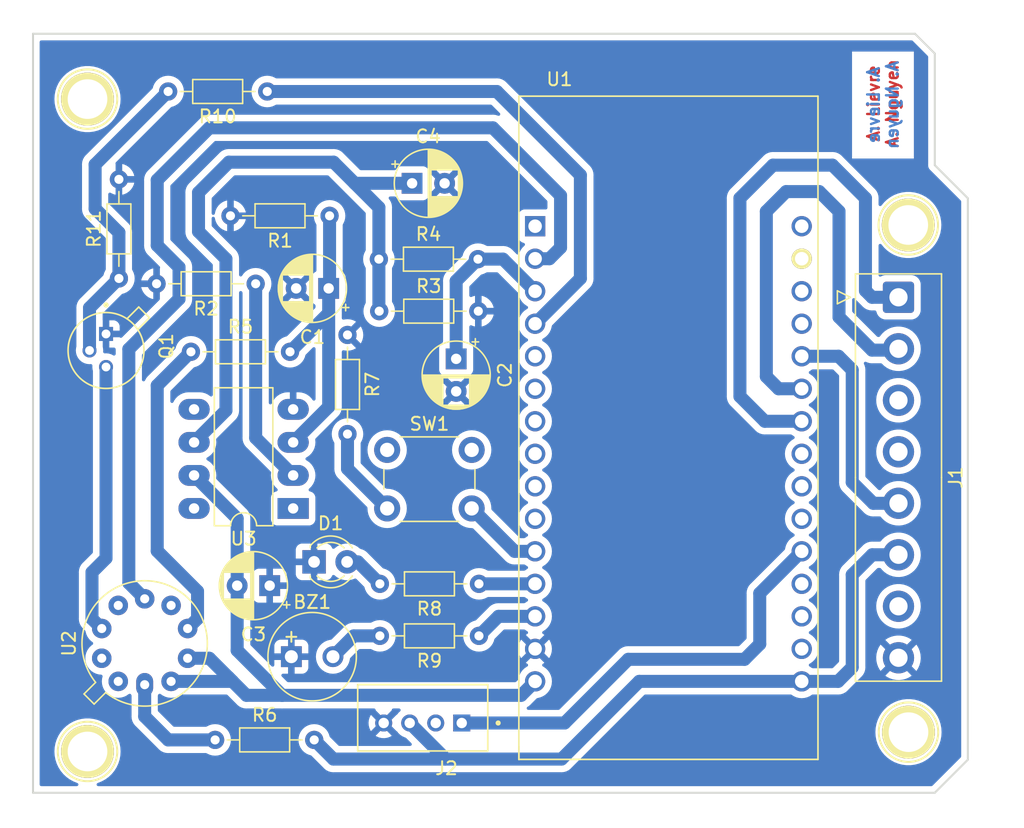
<source format=kicad_pcb>
(kicad_pcb (version 20211014) (generator pcbnew)
  (title_block (date "lun. 30 mars 2015"))
  (layers (0 "F.Cu" signal) (31 "B.Cu" signal) (34 "B.Paste" user) (35 "F.Paste" user) (36 "B.SilkS" user "B.Silkscreen") (37 "F.SilkS" user "F.Silkscreen") (38 "B.Mask" user) (39 "F.Mask" user) (44 "Edge.Cuts" user))
  (net 0 "")
  (net 1 "GND")
  (net 6 "Net-(C2-Pad1)")
  (net 13 "Net-(J1-Pad1)")
  (net 14 "Net-(J1-Pad2)")
  (net 19 "Net-(J1-Pad5)")
  (net 21 "5V")
  (net 22 "Net-(R5-Pad1)")
  (net 24 "Net-(C1-Pad1)")
  (net 25 "Net-(R2-Pad1)")
  (net 26 "Net-(C4-Pad1)")
  (net 33 "3V3")
  (net 35 "Net-(BZ1-Pad2)")
  (net 36 "Net-(D1-Pad2)")
  (net 37 "Net-(R6-Pad1)")
  (net 39 "Net-(U1-Pad2)")
  (net 40 "Net-(R8-Pad1)")
  (net 46 "Net-(R9-Pad1)")
  (net 47 "unconnected-(U1-Pad27)")
  (net 49 "Net-(R7-Pad2)")
  (net 50 "ADC1_6")
  (net 52 "Net-(R10-Pad2)")
  (net 54 "Net-(SW1-Pad4)")
  (net 55 "Net-(U1-Pad26)")
  (net 56 "Cmd")
  (footprint "Socket_Arduino_Uno:Arduino_1pin" (layer "F.Cu") (at 115.187 123.19)
    (fp_text reference "P5" hide)
    (fp_text value "CONN_01X01" hide)
    (pad "1" thru_hole circle locked (at 0 0) (size 4.064 4.064) (drill 3.048) (layers *.Cu *.Mask "F.SilkS"))
  )
  (footprint "Socket_Arduino_Uno:Arduino_1pin" (layer "F.Cu") (at 178.3155 121.705)
    (fp_text reference "P6" hide)
    (fp_text value "CONN_01X01" hide)
    (pad "1" thru_hole circle locked (at 0 0) (size 4.064 4.064) (drill 3.048) (layers *.Cu *.Mask "F.SilkS"))
  )
  (footprint "Socket_Arduino_Uno:Arduino_1pin" (layer "F.Cu") (at 115.187 73.025)
    (fp_text reference "P7" hide)
    (fp_text value "CONN_01X01" hide)
    (pad "1" thru_hole circle locked (at 0 0) (size 4.064 4.064) (drill 3.048) (layers *.Cu *.Mask "F.SilkS"))
  )
  (footprint "Socket_Arduino_Uno:Arduino_1pin" (layer "F.Cu") (at 178.298 82.705)
    (fp_text reference "P8" hide)
    (fp_text value "CONN_01X01" hide)
    (pad "1" thru_hole circle locked (at 0 0) (size 4.064 4.064) (drill 3.048) (layers *.Cu *.Mask "F.SilkS"))
  )
  (footprint "Resistor_THT:R_Axial_DIN0204_L3.6mm_D1.6mm_P7.62mm_Horizontal" (layer "F.Cu") (at 137.5918 85.3318)
    (fp_text reference "R4" (at 3.81 -1.92) (layer "F.SilkS"))
    (fp_text value "1k")
    (pad "1" thru_hole circle locked (at 0 0) (size 1.4 1.4) (drill 0.7) (layers *.Cu *.Mask) (net 26 "Net-(C4-Pad1)"))
    (pad "2" thru_hole oval locked (at 7.62 0) (size 1.4 1.4) (drill 0.7) (layers *.Cu *.Mask) (net 6 "Net-(C2-Pad1)"))
  )
  (footprint "Resistor_THT:R_Axial_DIN0204_L3.6mm_D1.6mm_P7.62mm_Horizontal" (layer "F.Cu") (at 133.8 82 180)
    (fp_text reference "R1" (at 3.81 -1.92) (layer "F.SilkS"))
    (fp_text value "100k")
    (pad "1" thru_hole circle locked (at 0 0 180) (size 1.4 1.4) (drill 0.7) (layers *.Cu *.Mask) (net 24 "Net-(C1-Pad1)"))
    (pad "2" thru_hole oval locked (at 7.62 0 180) (size 1.4 1.4) (drill 0.7) (layers *.Cu *.Mask) (net 1 "GND"))
  )
  (footprint "Capacitor_THT:CP_Radial_D5.0mm_P2.50mm" (layer "F.Cu") (at 133.731 87.5792 180)
    (fp_text reference "C1" (at 1.25 -3.75) (layer "F.SilkS"))
    (fp_text value "100n")
    (pad "1" thru_hole rect locked (at 0 0 180) (size 1.6 1.6) (drill 0.8) (layers *.Cu *.Mask) (net 24 "Net-(C1-Pad1)"))
    (pad "2" thru_hole circle locked (at 2.5 0 180) (size 1.6 1.6) (drill 0.8) (layers *.Cu *.Mask) (net 1 "GND"))
  )
  (footprint "Resistor_THT:R_Axial_DIN0204_L3.6mm_D1.6mm_P7.62mm_Horizontal" (layer "F.Cu") (at 145.288 110.3 180)
    (fp_text reference "R8" (at 3.81 -1.92) (layer "F.SilkS"))
    (fp_text value "10k")
    (pad "1" thru_hole circle locked (at 0 0 180) (size 1.4 1.4) (drill 0.7) (layers *.Cu *.Mask) (net 40 "Net-(R8-Pad1)"))
    (pad "2" thru_hole oval locked (at 7.62 0 180) (size 1.4 1.4) (drill 0.7) (layers *.Cu *.Mask) (net 36 "Net-(D1-Pad2)"))
  )
  (footprint "Resistor_THT:R_Axial_DIN0204_L3.6mm_D1.6mm_P7.62mm_Horizontal" (layer "F.Cu") (at 129.0066 72.4408 180)
    (fp_text reference "R10" (at 3.81 -1.92) (layer "F.SilkS"))
    (fp_text value "?")
    (pad "1" thru_hole circle locked (at 0 0 180) (size 1.4 1.4) (drill 0.7) (layers *.Cu *.Mask) (net 50 "ADC1_6"))
    (pad "2" thru_hole oval locked (at 7.62 0 180) (size 1.4 1.4) (drill 0.7) (layers *.Cu *.Mask) (net 52 "Net-(R10-Pad2)"))
  )
  (footprint "2N2222:TO127P584H533-3" (layer "F.Cu") (at 116.6114 92.3544 -90)
    (fp_text reference "Q1" (at -0.325 -4.635 90) (layer "F.SilkS"))
    (fp_text value "2N2222")
    (pad "1" thru_hole rect locked (at -1.27 0 270) (size 1.08 1.08) (drill 0.68) (layers *.Cu *.Mask) (net 1 "GND"))
    (pad "2" thru_hole circle locked (at 0 1.27 270) (size 1.08 1.08) (drill 0.68) (layers *.Cu *.Mask) (net 52 "Net-(R10-Pad2)"))
    (pad "3" thru_hole circle locked (at 1.27 0 270) (size 1.08 1.08) (drill 0.68) (layers *.Cu *.Mask) (net 56 "Cmd"))
  )
  (footprint "Resistor_THT:R_Axial_DIN0204_L3.6mm_D1.6mm_P7.62mm_Horizontal" (layer "F.Cu") (at 135.1788 91.1606 -90)
    (fp_text reference "R7" (at 3.81 -1.92 90) (layer "F.SilkS"))
    (fp_text value "10k")
    (pad "1" thru_hole circle locked (at 0 0 270) (size 1.4 1.4) (drill 0.7) (layers *.Cu *.Mask) (net 1 "GND"))
    (pad "2" thru_hole oval locked (at 7.62 0 270) (size 1.4 1.4) (drill 0.7) (layers *.Cu *.Mask) (net 49 "Net-(R7-Pad2)"))
  )
  (footprint "LED_THT:LED_D3.0mm" (layer "F.Cu") (at 132.6084 108.6104)
    (fp_text reference "D1" (at 1.27 -2.96) (layer "F.SilkS"))
    (fp_text value "LED")
    (pad "1" thru_hole rect locked (at 0 0) (size 1.8 1.8) (drill 0.9) (layers *.Cu *.Mask) (net 1 "GND"))
    (pad "2" thru_hole circle locked (at 2.54 0) (size 1.8 1.8) (drill 0.9) (layers *.Cu *.Mask) (net 36 "Net-(D1-Pad2)"))
  )
  (footprint "Conn_grove:SEEED_110990030" (layer "F.Cu") (at 140.9631 121 180)
    (fp_text reference "J2" (at -1.825 -3.485) (layer "F.SilkS"))
    (fp_text value "Conn_01x04_Female_Grove")
    (pad "1" thru_hole rect locked (at -3 0 180) (size 1.308 1.308) (drill 0.8) (layers *.Cu *.Mask) (net 55 "Net-(U1-Pad26)"))
    (pad "2" thru_hole circle locked (at -1 0 180) (size 1.308 1.308) (drill 0.8) (layers *.Cu *.Mask))
    (pad "3" thru_hole circle locked (at 1 0 180) (size 1.308 1.308) (drill 0.8) (layers *.Cu *.Mask) (net 33 "3V3"))
    (pad "4" thru_hole circle locked (at 3 0 180) (size 1.308 1.308) (drill 0.8) (layers *.Cu *.Mask) (net 1 "GND"))
  )
  (footprint "Resistor_THT:R_Axial_DIN0204_L3.6mm_D1.6mm_P7.62mm_Horizontal" (layer "F.Cu") (at 123.1392 92.456)
    (fp_text reference "R5" (at 3.81 -1.92) (layer "F.SilkS"))
    (fp_text value "10k")
    (pad "1" thru_hole circle locked (at 0 0) (size 1.4 1.4) (drill 0.7) (layers *.Cu *.Mask) (net 22 "Net-(R5-Pad1)"))
    (pad "2" thru_hole oval locked (at 7.62 0) (size 1.4 1.4) (drill 0.7) (layers *.Cu *.Mask) (net 24 "Net-(C1-Pad1)"))
  )
  (footprint "Socket_Arduino_Uno:Sensor_gas_package" (layer "F.Cu") (at 119.5832 117.8 90)
    (fp_text reference "U2" (at 2.92 -5.82 90) (layer "F.SilkS"))
    (fp_text value "gas_sens")
    (pad "1" thru_hole oval (at -0.254 0 90) (size 1.8 1.3) (drill 0.7) (layers *.Cu *.Mask) (net 37 "Net-(R6-Pad1)"))
    (pad "2" thru_hole oval (at 0 2.032 90) (size 1.5 1.5) (drill 0.7) (layers *.Cu *.Mask) (net 21 "5V"))
    (pad "3" thru_hole oval (at 1.778 3.302 90) (size 1.5 1.5) (drill 0.7) (layers *.Cu *.Mask) (net 21 "5V"))
    (pad "4" thru_hole oval (at 4.064 3.302 90) (size 1.5 1.5) (drill 0.7) (layers *.Cu *.Mask) (net 22 "Net-(R5-Pad1)"))
    (pad "5" thru_hole oval (at 5.842 2.032 90) (size 1.5 1.5) (drill 0.7) (layers *.Cu *.Mask))
    (pad "6" thru_hole oval (at 6.35 0 90) (size 1.5 1.5) (drill 0.7) (layers *.Cu *.Mask) (net 39 "Net-(U1-Pad2)"))
    (pad "7" thru_hole oval (at 5.842 -2.032 90) (size 1.5 1.5) (drill 0.7) (layers *.Cu *.Mask))
    (pad "8" thru_hole oval (at 4.064 -3.302 90) (size 1.5 1.5) (drill 0.7) (layers *.Cu *.Mask) (net 56 "Cmd"))
    (pad "9" thru_hole oval (at 1.778 -3.302 90) (size 1.5 1.5) (drill 0.7) (layers *.Cu *.Mask))
    (pad "10" thru_hole oval (at 0 -2.032 90) (size 1.5 1.5) (drill 0.7) (layers *.Cu *.Mask))
  )
  (footprint "Resistor_THT:R_Axial_DIN0204_L3.6mm_D1.6mm_P7.62mm_Horizontal" (layer "F.Cu") (at 137.6172 89.3318)
    (fp_text reference "R3" (at 3.81 -1.92) (layer "F.SilkS"))
    (fp_text value "100k")
    (pad "1" thru_hole circle locked (at 0 0) (size 1.4 1.4) (drill 0.7) (layers *.Cu *.Mask) (net 26 "Net-(C4-Pad1)"))
    (pad "2" thru_hole oval locked (at 7.62 0) (size 1.4 1.4) (drill 0.7) (layers *.Cu *.Mask) (net 1 "GND"))
  )
  (footprint "Resistor_THT:R_Axial_DIN0204_L3.6mm_D1.6mm_P7.62mm_Horizontal" (layer "F.Cu") (at 128.1176 87.2236 180)
    (fp_text reference "R2" (at 3.81 -1.92) (layer "F.SilkS"))
    (fp_text value "1k")
    (pad "1" thru_hole circle locked (at 0 0 180) (size 1.4 1.4) (drill 0.7) (layers *.Cu *.Mask) (net 25 "Net-(R2-Pad1)"))
    (pad "2" thru_hole oval locked (at 7.62 0 180) (size 1.4 1.4) (drill 0.7) (layers *.Cu *.Mask) (net 1 "GND"))
  )
  (footprint "Connector_TE-Connectivity:TE_826576-8_1x08_P3.96mm_Vertical" (layer "F.Cu") (at 177.546 88.265 -90)
    (fp_text reference "J1" (at 13.86 -4.4 90) (layer "F.SilkS"))
    (fp_text value "Conn_01x08_Female")
    (pad "1" thru_hole roundrect locked (at 0 0 270) (size 2.4 2.4) (drill 1.4) (layers *.Cu *.Mask) (roundrect_rratio 0.104167) (net 13 "Net-(J1-Pad1)"))
    (pad "2" thru_hole circle locked (at 3.96 0 270) (size 2.4 2.4) (drill 1.4) (layers *.Cu *.Mask) (net 14 "Net-(J1-Pad2)"))
    (pad "3" thru_hole circle locked (at 7.92 0 270) (size 2.4 2.4) (drill 1.4) (layers *.Cu *.Mask))
    (pad "4" thru_hole circle locked (at 11.88 0 270) (size 2.4 2.4) (drill 1.4) (layers *.Cu *.Mask))
    (pad "5" thru_hole circle locked (at 15.84 0 270) (size 2.4 2.4) (drill 1.4) (layers *.Cu *.Mask) (net 19 "Net-(J1-Pad5)"))
    (pad "6" thru_hole circle locked (at 19.8 0 270) (size 2.4 2.4) (drill 1.4) (layers *.Cu *.Mask) (net 33 "3V3"))
    (pad "7" thru_hole circle locked (at 23.76 0 270) (size 2.4 2.4) (drill 1.4) (layers *.Cu *.Mask))
    (pad "8" thru_hole circle locked (at 27.72 0 270) (size 2.4 2.4) (drill 1.4) (layers *.Cu *.Mask) (net 1 "GND"))
  )
  (footprint "Buzzer_Beeper:MagneticBuzzer_Kingstate_KCG0601" (layer "F.Cu") (at 130.861 115.9002)
    (fp_text reference "BZ1" (at 1.6 -4.2) (layer "F.SilkS"))
    (fp_text value "Buzzer")
    (fp_text user "+" (at 0 -1.6) (layer "F.SilkS"))
    (pad "1" thru_hole rect locked (at 0 0) (size 1.6 1.6) (drill 1) (layers *.Cu *.Mask) (net 1 "GND"))
    (pad "2" thru_hole circle locked (at 3.2 0) (size 1.6 1.6) (drill 1) (layers *.Cu *.Mask) (net 35 "Net-(BZ1-Pad2)"))
  )
  (footprint "Resistor_THT:R_Axial_DIN0204_L3.6mm_D1.6mm_P7.62mm_Horizontal" (layer "F.Cu") (at 145.288 114.3 180)
    (fp_text reference "R9" (at 3.81 -1.92) (layer "F.SilkS"))
    (fp_text value "10k")
    (pad "1" thru_hole circle locked (at 0 0 180) (size 1.4 1.4) (drill 0.7) (layers *.Cu *.Mask) (net 46 "Net-(R9-Pad1)"))
    (pad "2" thru_hole oval locked (at 7.62 0 180) (size 1.4 1.4) (drill 0.7) (layers *.Cu *.Mask) (net 35 "Net-(BZ1-Pad2)"))
  )
  (footprint "Capacitor_THT:CP_Radial_D5.0mm_P2.50mm" (layer "F.Cu") (at 129.195713 110.4392 180)
    (fp_text reference "C3" (at 1.25 -3.75) (layer "F.SilkS"))
    (fp_text value "100n")
    (pad "1" thru_hole rect locked (at 0 0 180) (size 1.6 1.6) (drill 0.8) (layers *.Cu *.Mask) (net 1 "GND"))
    (pad "2" thru_hole circle locked (at 2.5 0 180) (size 1.6 1.6) (drill 0.8) (layers *.Cu *.Mask) (net 21 "5V"))
  )
  (footprint "Capacitor_THT:CP_Radial_D5.0mm_P2.50mm" (layer "F.Cu") (at 140.145888 79.5)
    (fp_text reference "C4" (at 1.230512 -3.6068) (layer "F.SilkS"))
    (fp_text value "1u")
    (pad "1" thru_hole rect locked (at 0 0) (size 1.6 1.6) (drill 0.8) (layers *.Cu *.Mask) (net 26 "Net-(C4-Pad1)"))
    (pad "2" thru_hole circle locked (at 2.5 0) (size 1.6 1.6) (drill 0.8) (layers *.Cu *.Mask) (net 1 "GND"))
  )
  (footprint "Socket_Arduino_Uno:SW_PUSH_6mm_sensor" (layer "F.Cu") (at 138.228 100)
    (fp_text reference "SW1" (at 3.25 -2) (layer "F.SilkS"))
    (fp_text value "SW_Push_Dual")
    (pad "1" thru_hole circle (at 0 0 90) (size 2 2) (drill 1.1) (layers *.Cu *.Mask))
    (pad "2" thru_hole circle (at 6.5 0 90) (size 2 2) (drill 1.1) (layers *.Cu *.Mask))
    (pad "3" thru_hole circle (at 0 4.5 90) (size 2 2) (drill 1.1) (layers *.Cu *.Mask) (net 49 "Net-(R7-Pad2)"))
    (pad "4" thru_hole circle (at 6.5 4.5 90) (size 2 2) (drill 1.1) (layers *.Cu *.Mask) (net 54 "Net-(SW1-Pad4)"))
  )
  (footprint "Capacitor_THT:CP_Radial_D5.0mm_P2.50mm" (layer "F.Cu") (at 143.5354 93 -90)
    (fp_text reference "C2" (at 1.25 -3.75 90) (layer "F.SilkS"))
    (fp_text value "100n")
    (pad "1" thru_hole rect locked (at 0 0 270) (size 1.6 1.6) (drill 0.8) (layers *.Cu *.Mask) (net 6 "Net-(C2-Pad1)"))
    (pad "2" thru_hole circle locked (at 2.5 0 270) (size 1.6 1.6) (drill 0.8) (layers *.Cu *.Mask) (net 1 "GND"))
  )
  (footprint "Socket_Arduino_Uno:ESP32_DEVKIT_SENSOR_GAS" (layer "F.Cu") (at 162.306 99.949)
    (fp_text reference "U1" (at -10.829175 -28.446045) (layer "F.SilkS") (effects (font (size 1.000386 1.000386))))
    (fp_text value "ESP32-DEVKITC-32D")
    (pad "1" thru_hole rect (at -12.7 -17.15) (size 1.56 1.56) (drill 1.04) (layers *.Cu *.Mask))
    (pad "2" thru_hole circle (at -12.7 -14.65) (size 1.56 1.56) (drill 1.04) (layers *.Cu *.Mask) (net 39 "Net-(U1-Pad2)"))
    (pad "3" thru_hole circle (at -12.7 -12.15) (size 1.56 1.56) (drill 1.04) (layers *.Cu *.Mask) (net 6 "Net-(C2-Pad1)"))
    (pad "4" thru_hole circle (at -12.7 -9.65) (size 1.56 1.56) (drill 1.04) (layers *.Cu *.Mask) (net 50 "ADC1_6"))
    (pad "5" thru_hole circle (at -12.7 -7.15) (size 1.56 1.56) (drill 1.04) (layers *.Cu *.Mask))
    (pad "6" thru_hole circle (at -12.7 -4.65) (size 1.56 1.56) (drill 1.04) (layers *.Cu *.Mask))
    (pad "7" thru_hole circle (at -12.7 -2.15) (size 1.56 1.56) (drill 1.04) (layers *.Cu *.Mask))
    (pad "8" thru_hole circle (at -12.7 0.35) (size 1.56 1.56) (drill 1.04) (layers *.Cu *.Mask))
    (pad "9" thru_hole circle (at -12.7 2.85) (size 1.56 1.56) (drill 1.04) (layers *.Cu *.Mask))
    (pad "10" thru_hole circle (at -12.7 5.35) (size 1.56 1.56) (drill 1.04) (layers *.Cu *.Mask))
    (pad "11" thru_hole circle (at -12.7 7.85) (size 1.56 1.56) (drill 1.04) (layers *.Cu *.Mask) (net 54 "Net-(SW1-Pad4)"))
    (pad "12" thru_hole circle (at -12.7 10.35) (size 1.56 1.56) (drill 1.04) (layers *.Cu *.Mask) (net 40 "Net-(R8-Pad1)"))
    (pad "13" thru_hole circle (at -12.7 12.85) (size 1.56 1.56) (drill 1.04) (layers *.Cu *.Mask) (net 46 "Net-(R9-Pad1)"))
    (pad "14" thru_hole circle (at -12.7 15.35) (size 1.56 1.56) (drill 1.04) (layers *.Cu *.Mask) (net 1 "GND"))
    (pad "15" thru_hole circle (at -12.7 17.85) (size 1.56 1.56) (drill 1.04) (layers *.Cu *.Mask) (net 21 "5V"))
    (pad "16" thru_hole circle (at 7.8 -17.15) (size 1.56 1.56) (drill 1.04) (layers *.Cu *.Mask))
    (pad "17" thru_hole circle (at 7.8 -14.65) (size 1.56 1.56) (drill 1.04) (layers *.Cu *.Mask "F.SilkS"))
    (pad "18" thru_hole circle (at 7.8 -12.15) (size 1.56 1.56) (drill 1.04) (layers *.Cu *.Mask))
    (pad "19" thru_hole circle (at 7.8 -9.65) (size 1.56 1.56) (drill 1.04) (layers *.Cu *.Mask))
    (pad "20" thru_hole circle (at 7.8 -7.15) (size 1.56 1.56) (drill 1.04) (layers *.Cu *.Mask "Eco1.User") (net 19 "Net-(J1-Pad5)"))
    (pad "21" thru_hole circle (at 7.8 -4.65) (size 1.56 1.56) (drill 1.04) (layers *.Cu *.Mask) (net 14 "Net-(J1-Pad2)"))
    (pad "22" thru_hole circle (at 7.8 -2.15) (size 1.56 1.56) (drill 1.04) (layers *.Cu *.Mask) (net 13 "Net-(J1-Pad1)"))
    (pad "23" thru_hole circle (at 7.8 0.35) (size 1.56 1.56) (drill 1.04) (layers *.Cu *.Mask))
    (pad "24" thru_hole circle (at 7.8 2.85) (size 1.56 1.56) (drill 1.04) (layers *.Cu *.Mask))
    (pad "25" thru_hole circle (at 7.8 5.35) (size 1.56 1.56) (drill 1.04) (layers *.Cu *.Mask))
    (pad "26" thru_hole circle (at 7.8 7.85) (size 1.56 1.56) (drill 1.04) (layers *.Cu *.Mask) (net 55 "Net-(U1-Pad26)"))
    (pad "27" thru_hole circle (at 7.8 10.35) (size 1.56 1.56) (drill 1.04) (layers *.Cu *.Mask) (net 47 "unconnected-(U1-Pad27)"))
    (pad "28" thru_hole circle (at 7.8 12.85) (size 1.56 1.56) (drill 1.04) (layers *.Cu *.Mask))
    (pad "29" thru_hole circle (at 7.8 15.35) (size 1.56 1.56) (drill 1.04) (layers *.Cu *.Mask))
    (pad "30" thru_hole circle (at 7.8 17.85) (size 1.56 1.56) (drill 1.04) (layers *.Cu *.Mask) (net 33 "3V3"))
  )
  (footprint "Package_DIP:DIP-10_W7.62mm_LongPads" (layer "F.Cu") (at 131 104.5 180)
    (fp_text reference "U3" (at 3.81 -2.33) (layer "F.SilkS"))
    (fp_text value "LTC1050ACN8#PBF")
    (pad "1" thru_hole rect (at 0 0 180) (size 2.4 1.6) (drill 0.8) (layers *.Cu *.Mask))
    (pad "2" thru_hole oval (at 0 2.54 180) (size 2.4 1.6) (drill 0.8) (layers *.Cu *.Mask) (net 25 "Net-(R2-Pad1)"))
    (pad "3" thru_hole oval (at 0 5.08 180) (size 2.4 1.6) (drill 0.8) (layers *.Cu *.Mask) (net 24 "Net-(C1-Pad1)"))
    (pad "4" thru_hole oval (at 0 7.62 180) (size 2.4 1.6) (drill 0.8) (layers *.Cu *.Mask) (net 1 "GND"))
    (pad "5" thru_hole oval (at 7.62 7.62 180) (size 2.4 1.6) (drill 0.8) (layers *.Cu *.Mask))
    (pad "6" thru_hole oval (at 7.62 5.08 180) (size 2.4 1.6) (drill 0.8) (layers *.Cu *.Mask) (net 26 "Net-(C4-Pad1)"))
    (pad "7" thru_hole oval (at 7.62 2.54 180) (size 2.4 1.6) (drill 0.8) (layers *.Cu *.Mask) (net 21 "5V"))
    (pad "8" thru_hole oval (at 7.62 0 180) (size 2.4 1.6) (drill 0.8) (layers *.Cu *.Mask))
  )
  (footprint "Resistor_THT:R_Axial_DIN0204_L3.6mm_D1.6mm_P7.62mm_Horizontal" (layer "F.Cu") (at 117.602 86.8172 90)
    (fp_text reference "R11" (at 3.81 -1.92 90) (layer "F.SilkS"))
    (fp_text value "?")
    (pad "1" thru_hole circle locked (at 0 0 90) (size 1.4 1.4) (drill 0.7) (layers *.Cu *.Mask) (net 52 "Net-(R10-Pad2)"))
    (pad "2" thru_hole oval locked (at 7.62 0 90) (size 1.4 1.4) (drill 0.7) (layers *.Cu *.Mask) (net 1 "GND"))
  )
  (footprint "Resistor_THT:R_Axial_DIN0204_L3.6mm_D1.6mm_P7.62mm_Horizontal" (layer "F.Cu") (at 125 122.3)
    (fp_text reference "R6" (at 3.81 -1.92) (layer "F.SilkS"))
    (fp_text value "?")
    (pad "1" thru_hole circle locked (at 0 0) (size 1.4 1.4) (drill 0.7) (layers *.Cu *.Mask) (net 37 "Net-(R6-Pad1)"))
    (pad "2" thru_hole oval locked (at 7.62 0) (size 1.4 1.4) (drill 0.7) (layers *.Cu *.Mask) (net 33 "3V3"))
  )
  (gr_line (start 182.878 80.645) (end 180.338 78.105) (layer "Edge.Cuts") (width 0.15))
  (gr_line (start 180.338 69.524) (end 178.814 68) (layer "Edge.Cuts") (width 0.15))
  (gr_line (start 180.338 126.365) (end 182.878 123.825) (layer "Edge.Cuts") (width 0.15))
  (gr_line (start 110.998 68) (end 110.998 126.365) (layer "Edge.Cuts") (width 0.15))
  (gr_line (start 182.878 123.825) (end 182.878 80.645) (layer "Edge.Cuts") (width 0.15))
  (gr_line (start 110.998 126.365) (end 180.338 126.365) (layer "Edge.Cuts") (width 0.15))
  (gr_line (start 178.814 68) (end 110.998 68) (layer "Edge.Cuts") (width 0.15))
  (gr_line (start 180.338 78.105) (end 180.338 69.524) (layer "Edge.Cuts") (width 0.15))
  (gr_text "A. Lievre\nA. Nguyen" (at 176.3522 73.3552 90) (layer "F.Cu") (effects (font (size 0.9 0.9) (thickness 0.18))))
  (gr_text "A. Lievre\nA. Nguyen" (at 176.3522 73.4822 90) (layer "B.Cu") (effects (font (size 0.9 0.9) (thickness 0.18)) (justify mirror)))
  (segment (start 145.2118 85.3318) (end 143.5354 87.0082) (width 1) (layer "B.Cu") (net 6))
  (segment (start 147.1388 85.3318) (end 149.606 87.799) (width 1) (layer "B.Cu") (net 6))
  (segment (start 143.5354 87.0082) (end 143.5354 93) (width 1) (layer "B.Cu") (net 6))
  (segment (start 145.2118 85.3318) (end 147.1388 85.3318) (width 1) (layer "B.Cu") (net 6))
  (segment (start 149.5464 87.8586) (end 149.606 87.799) (width 1) (layer "B.Cu") (net 6))
  (segment (start 175.006 80.645) (end 172.466 78.105) (width 1) (layer "B.Cu") (net 13))
  (segment (start 167.894 78.105) (end 165.354 80.645) (width 1) (layer "B.Cu") (net 13))
  (segment (start 175.006 87.757) (end 175.006 80.645) (width 1) (layer "B.Cu") (net 13))
  (segment (start 175.514 88.265) (end 175.006 87.757) (width 1) (layer "B.Cu") (net 13))
  (segment (start 165.354 80.645) (end 165.354 95.885) (width 1) (layer "B.Cu") (net 13))
  (segment (start 165.354 95.885) (end 167.268 97.799) (width 1) (layer "B.Cu") (net 13))
  (segment (start 172.466 78.105) (end 167.894 78.105) (width 1) (layer "B.Cu") (net 13))
  (segment (start 177.546 88.265) (end 175.514 88.265) (width 1) (layer "B.Cu") (net 13))
  (segment (start 167.268 97.799) (end 170.106 97.799) (width 1) (layer "B.Cu") (net 13))
  (segment (start 172.974 89.789) (end 172.974 81.661) (width 1) (layer "B.Cu") (net 14))
  (segment (start 168.324 95.299) (end 170.106 95.299) (width 1) (layer "B.Cu") (net 14))
  (segment (start 171.45 80.137) (end 168.91 80.137) (width 1) (layer "B.Cu") (net 14))
  (segment (start 175.514 92.329) (end 172.974 89.789) (width 1) (layer "B.Cu") (net 14))
  (segment (start 177.442 92.329) (end 175.514 92.329) (width 1) (layer "B.Cu") (net 14))
  (segment (start 168.91 80.137) (end 167.386 81.661) (width 1) (layer "B.Cu") (net 14))
  (segment (start 167.386 81.661) (end 167.386 94.361) (width 1) (layer "B.Cu") (net 14))
  (segment (start 167.386 94.361) (end 168.324 95.299) (width 1) (layer "B.Cu") (net 14))
  (segment (start 172.974 81.661) (end 171.45 80.137) (width 1) (layer "B.Cu") (net 14))
  (segment (start 177.546 92.225) (end 177.442 92.329) (width 1) (layer "B.Cu") (net 14))
  (segment (start 173.99 102.489) (end 173.99 93.853) (width 1) (layer "B.Cu") (net 19))
  (segment (start 177.546 104.105) (end 175.606 104.105) (width 1) (layer "B.Cu") (net 19))
  (segment (start 173.99 93.853) (end 172.936 92.799) (width 1) (layer "B.Cu") (net 19))
  (segment (start 175.606 104.105) (end 173.99 102.489) (width 1) (layer "B.Cu") (net 19))
  (segment (start 172.936 92.799) (end 170.106 92.799) (width 1) (layer "B.Cu") (net 19))
  (segment (start 126.695713 115.418113) (end 130.1496 118.872) (width 1) (layer "B.Cu") (net 21))
  (segment (start 126.695713 110) (end 126.695713 105.275713) (width 1) (layer "B.Cu") (net 21))
  (segment (start 126.695713 115.418113) (end 126.695713 110) (width 1) (layer "B.Cu") (net 21))
  (segment (start 149.5554 117.7484) (end 149.606 117.799) (width 1) (layer "B.Cu") (net 21))
  (segment (start 124.5564 116.022) (end 126.0221 117.4877) (width 1) (layer "B.Cu") (net 21))
  (segment (start 149.606 117.799) (end 148.533 118.872) (width 1) (layer "B.Cu") (net 21))
  (segment (start 122.8852 116.022) (end 124.5564 116.022) (width 1) (layer "B.Cu") (net 21))
  (segment (start 126.695713 105.275713) (end 123.38 101.96) (width 1) (layer "B.Cu") (net 21))
  (segment (start 126.0221 117.4877) (end 126.3344 117.8) (width 1) (layer "B.Cu") (net 21))
  (segment (start 130.1496 118.872) (end 127.4064 118.872) (width 1) (layer "B.Cu") (net 21))
  (segment (start 121.6152 117.8) (end 126.3344 117.8) (width 1) (layer "B.Cu") (net 21))
  (segment (start 127.4064 118.872) (end 126.0221 117.4877) (width 1) (layer "B.Cu") (net 21))
  (segment (start 148.533 118.872) (end 130.1496 118.872) (width 1) (layer "B.Cu") (net 21))
  (segment (start 123.1392 92.456) (end 120.5484 95.0468) (width 1) (layer "B.Cu") (net 22))
  (segment (start 123.6472 112.974) (end 123.6472 110.871) (width 1) (layer "B.Cu") (net 22))
  (segment (start 120.5484 95.0468) (end 120.5484 107.7722) (width 1) (layer "B.Cu") (net 22))
  (segment (start 122.8852 113.736) (end 123.6472 112.974) (width 1) (layer "B.Cu") (net 22))
  (segment (start 123.6472 110.871) (end 120.5484 107.7722) (width 1) (layer "B.Cu") (net 22))
  (segment (start 133.731 87.5792) (end 133.731 89.4842) (width 1) (layer "B.Cu") (net 24))
  (segment (start 133.731 96.689) (end 131 99.42) (width 1) (layer "B.Cu") (net 24))
  (segment (start 130.7592 92.456) (end 133.731 89.4842) (width 1) (layer "B.Cu") (net 24))
  (segment (start 133.8 87.5102) (end 133.731 87.5792) (width 1) (layer "B.Cu") (net 24))
  (segment (start 133.8 82) (end 133.8 87.5102) (width 1) (layer "B.Cu") (net 24))
  (segment (start 133.731 89.4842) (end 133.731 96.689) (width 1) (layer "B.Cu") (net 24))
  (segment (start 128.1176 99.0776) (end 131 101.96) (width 1) (layer "B.Cu") (net 25))
  (segment (start 128.1176 87.2236) (end 128.1176 99.0776) (width 1) (layer "B.Cu") (net 25))
  (segment (start 135.7356 79.5) (end 140.145888 79.5) (width 1) (layer "B.Cu") (net 26))
  (segment (start 137.5918 89.3064) (end 137.6172 89.3318) (width 1) (layer "B.Cu") (net 26))
  (segment (start 126.0602 77.8764) (end 134.112 77.8764) (width 1) (layer "B.Cu") (net 26))
  (segment (start 137.5918 81.3562) (end 135.7356 79.5) (width 1) (layer "B.Cu") (net 26))
  (segment (start 137.5918 85.3318) (end 137.5918 89.3064) (width 1) (layer "B.Cu") (net 26))
  (segment (start 125.8316 96.9684) (end 125.8316 85.3186) (width 1) (layer "B.Cu") (net 26))
  (segment (start 134.112 77.8764) (end 135.7356 79.5) (width 1) (layer "B.Cu") (net 26))
  (segment (start 123.7234 83.2104) (end 123.7234 80.2132) (width 1) (layer "B.Cu") (net 26))
  (segment (start 137.5918 85.3318) (end 137.5918 81.3562) (width 1) (layer "B.Cu") (net 26))
  (segment (start 123.38 99.42) (end 125.8316 96.9684) (width 1) (layer "B.Cu") (net 26))
  (segment (start 125.8316 85.3186) (end 123.7234 83.2104) (width 1) (layer "B.Cu") (net 26))
  (segment (start 123.7234 80.2132) (end 126.0602 77.8764) (width 1) (layer "B.Cu") (net 26))
  (segment (start 142.6631 123.7) (end 142.6972 123.7341) (width 1) (layer "B.Cu") (net 33))
  (segment (start 142.6972 123.7742) (end 142.6972 123.7341) (width 1) (layer "B.Cu") (net 33))
  (segment (start 157.6132 117.799) (end 151.638 123.7742) (width 1) (layer "B.Cu") (net 33))
  (segment (start 175.526 108.065) (end 173.99 109.601) (width 1) (layer "B.Cu") (net 33))
  (segment (start 151.638 123.7742) (end 142.6972 123.7742) (width 1) (layer "B.Cu") (net 33))
  (segment (start 177.546 108.065) (end 175.526 108.065) (width 1) (layer "B.Cu") (net 33))
  (segment (start 142.6972 123.7742) (end 134.0942 123.7742) (width 1) (layer "B.Cu") (net 33))
  (segment (start 142.6972 123.7341) (end 139.9631 121) (width 1) (layer "B.Cu") (net 33))
  (segment (start 173.99 109.601) (end 173.99 116.713) (width 1) (layer "B.Cu") (net 33))
  (segment (start 134.0942 123.7742) (end 132.62 122.3) (width 1) (layer "B.Cu") (net 33))
  (segment (start 170.106 117.799) (end 157.6132 117.799) (width 1) (layer "B.Cu") (net 33))
  (segment (start 173.99 116.713) (end 172.904 117.799) (width 1) (layer "B.Cu") (net 33))
  (segment (start 172.904 117.799) (end 170.106 117.799) (width 1) (layer "B.Cu") (net 33))
  (segment (start 137.668 114.3) (end 135.6612 114.3) (width 1) (layer "B.Cu") (net 35))
  (segment (start 135.6612 114.3) (end 134.061 115.9002) (width 1) (layer "B.Cu") (net 35))
  (segment (start 135.1484 108.6104) (end 135.9784 108.6104) (width 1) (layer "B.Cu") (net 36))
  (segment (start 135.9784 108.6104) (end 137.668 110.3) (width 1) (layer "B.Cu") (net 36))
  (segment (start 121.3856 122.3) (end 119.5832 120.4976) (width 1) (layer "B.Cu") (net 37))
  (segment (start 119.5832 120.4976) (end 119.5832 118.054) (width 1) (layer "B.Cu") (net 37))
  (segment (start 125 122.3) (end 121.3856 122.3) (width 1) (layer "B.Cu") (net 37))
  (segment (start 120.5484 84.2772) (end 120.5484 79.248) (width 1) (layer "B.Cu") (net 39))
  (segment (start 146.3548 75.2348) (end 151.5618 80.4418) (width 1) (layer "B.Cu") (net 39))
  (segment (start 150.709086 85.299) (end 149.606 85.299) (width 1) (layer "B.Cu") (net 39))
  (segment (start 120.5484 79.248) (end 124.5616 75.2348) (width 1) (layer "B.Cu") (net 39))
  (segment (start 122.2248 85.9536) (end 120.5484 84.2772) (width 1) (layer "B.Cu") (net 39))
  (segment (start 122.2248 88.392) (end 122.2248 85.9536) (width 1) (layer "B.Cu") (net 39))
  (segment (start 118.364 92.2528) (end 122.2248 88.392) (width 1) (layer "B.Cu") (net 39))
  (segment (start 118.364 110.2308) (end 118.364 92.2528) (width 1) (layer "B.Cu") (net 39))
  (segment (start 151.5618 84.446286) (end 150.709086 85.299) (width 1) (layer "B.Cu") (net 39))
  (segment (start 124.5616 75.2348) (end 146.3548 75.2348) (width 1) (layer "B.Cu") (net 39))
  (segment (start 119.5832 111.45) (end 118.364 110.2308) (width 1) (layer "B.Cu") (net 39))
  (segment (start 151.5618 80.4418) (end 151.5618 84.446286) (width 1) (layer "B.Cu") (net 39))
  (segment (start 149.606 110.299) (end 145.289 110.299) (width 1) (layer "B.Cu") (net 40))
  (segment (start 145.289 110.299) (end 145.288 110.3) (width 1) (layer "B.Cu") (net 40))
  (segment (start 146.789 112.799) (end 145.288 114.3) (width 1) (layer "B.Cu") (net 46))
  (segment (start 149.5576 112.7506) (end 149.606 112.799) (width 1) (layer "B.Cu") (net 46))
  (segment (start 149.606 112.799) (end 146.789 112.799) (width 1) (layer "B.Cu") (net 46))
  (segment (start 170.279511 110.125489) (end 170.106 110.299) (width 1) (layer "B.Cu") (net 47))
  (segment (start 135.1788 101.4508) (end 138.228 104.5) (width 1) (layer "B.Cu") (net 49))
  (segment (start 135.1788 98.7806) (end 135.1788 101.4508) (width 1) (layer "B.Cu") (net 49))
  (segment (start 153.0858 78.867) (end 153.0858 86.8192) (width 1) (layer "B.Cu") (net 50))
  (segment (start 149.604 90.297) (end 149.606 90.299) (width 1) (layer "B.Cu") (net 50))
  (segment (start 146.6596 72.4408) (end 153.0858 78.867) (width 1) (layer "B.Cu") (net 50))
  (segment (start 153.0858 86.8192) (end 149.606 90.299) (width 1) (layer "B.Cu") (net 50))
  (segment (start 129.0066 72.4408) (end 146.6596 72.4408) (width 1) (layer "B.Cu") (net 50))
  (segment (start 115.7732 78.0542) (end 121.3866 72.4408) (width 1) (layer "B.Cu") (net 52))
  (segment (start 115.7732 81.4578) (end 115.7732 78.0542) (width 1) (layer "B.Cu") (net 52))
  (segment (start 115.3414 92.3544) (end 115.3414 89.0778) (width 1) (layer "B.Cu") (net 52))
  (segment (start 115.3414 89.0778) (end 117.602 86.8172) (width 1) (layer "B.Cu") (net 52))
  (segment (start 117.602 83.2866) (end 115.7732 81.4578) (width 1) (layer "B.Cu") (net 52))
  (segment (start 117.602 86.8172) (end 117.602 83.2866) (width 1) (layer "B.Cu") (net 52))
  (segment (start 149.606 107.799) (end 148.027 107.799) (width 1) (layer "B.Cu") (net 54))
  (segment (start 148.027 107.799) (end 144.728 104.5) (width 1) (layer "B.Cu") (net 54))
  (segment (start 151.8722 121) (end 143.9631 121) (width 1) (layer "B.Cu") (net 55))
  (segment (start 156.7688 116.1034) (end 151.8722 121) (width 1) (layer "B.Cu") (net 55))
  (segment (start 166.878 114.935) (end 165.7096 116.1034) (width 1) (layer "B.Cu") (net 55))
  (segment (start 170.106 107.799) (end 166.878 111.027) (width 1) (layer "B.Cu") (net 55))
  (segment (start 166.878 111.027) (end 166.878 114.935) (width 1) (layer "B.Cu") (net 55))
  (segment (start 165.7096 116.1034) (end 156.7688 116.1034) (width 1) (layer "B.Cu") (net 55))
  (segment (start 116.6114 93.6244) (end 116.6114 108.331) (width 1) (layer "B.Cu") (net 56))
  (segment (start 116.2812 113.736) (end 115.5312 112.986) (width 1) (layer "B.Cu") (net 56))
  (segment (start 115.5312 109.4112) (end 116.6114 108.331) (width 1) (layer "B.Cu") (net 56))
  (segment (start 115.5312 112.986) (end 115.5312 109.4112) (width 1) (layer "B.Cu") (net 56))
  (zone (net 1) (net_name "GND") (layer "B.Cu") (connect_pads (clearance 0.508)) (min_thickness 0.254) (fill yes (thermal_gap 0.508) (thermal_bridge_width 0.508))
    (polygon (pts (xy 184.658 70.485) (xy 184.658 75.565) (xy 187.198 78.105) (xy 187.198 123.825) (xy 182.118 128.905) (xy 108.458 128.905) (xy 108.458 65.405) (xy 179.578 65.405)))
  )
)
</source>
